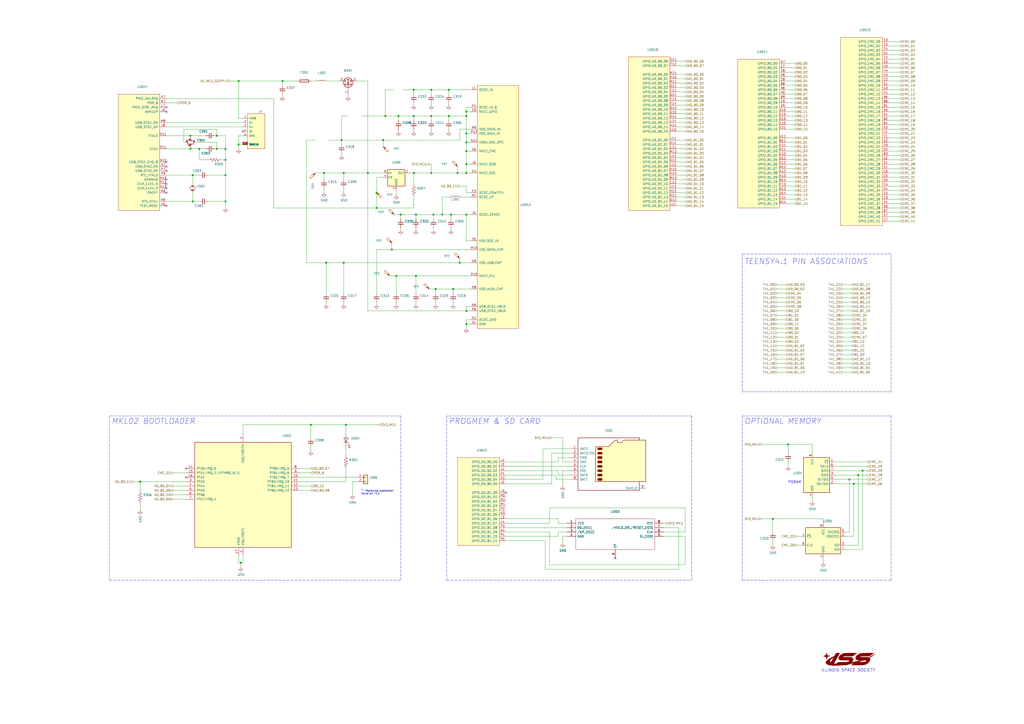
<source format=kicad_sch>
(kicad_sch (version 20211123) (generator eeschema)
  (paper "A2")
  (title_block (title "TARS - MK2 Active Control Microcontroller Schematic") (date "2021-01-11") (rev "A"))
  (junction (at 130.81 101.6))
  (junction (at 270.51 77.47))
  (junction (at 252.73 167.64))
  (junction (at 240.03 52.07))
  (junction (at 497.84 275.59))
  (junction (at 492.76 278.13))
  (junction (at 250.19 100.33))
  (junction (at 198.12 81.28))
  (junction (at 270.51 67.31))
  (junction (at 227.33 144.78))
  (junction (at 265.43 100.33))
  (junction (at 270.51 124.46))
  (junction (at 251.46 124.46))
  (junction (at 229.87 160.02))
  (junction (at 81.28 279.4))
  (junction (at 260.35 67.31))
  (junction (at 241.3 160.02))
  (junction (at 270.51 180.34))
  (junction (at 130.81 92.71))
  (junction (at 218.44 111.76))
  (junction (at 448.31 300.99))
  (junction (at 232.41 124.46))
  (junction (at 138.43 46.99))
  (junction (at 457.2 257.81))
  (junction (at 261.62 124.46))
  (junction (at 240.03 100.33))
  (junction (at 250.19 52.07))
  (junction (at 199.39 152.4))
  (junction (at 270.51 187.96))
  (junction (at 163.83 46.99))
  (junction (at 125.73 86.36))
  (junction (at 139.7 326.39))
  (junction (at 262.89 167.64))
  (junction (at 495.3 280.67))
  (junction (at 130.81 86.36))
  (junction (at 110.49 86.36))
  (junction (at 500.38 273.05))
  (junction (at 200.66 246.38))
  (junction (at 110.49 78.74))
  (junction (at 130.81 116.84))
  (junction (at 111.76 101.6))
  (junction (at 213.36 100.33))
  (junction (at 189.23 152.4))
  (junction (at 250.19 67.31))
  (junction (at 115.57 86.36))
  (junction (at 180.34 246.38))
  (junction (at 199.39 100.33))
  (junction (at 138.43 83.82))
  (junction (at 270.51 82.55))
  (junction (at 218.44 120.65))
  (junction (at 240.03 67.31))
  (junction (at 270.51 100.33))
  (junction (at 231.14 67.31))
  (junction (at 241.3 124.46))
  (junction (at 223.52 67.31))
  (junction (at 187.96 100.33))
  (junction (at 125.73 78.74))
  (junction (at 256.54 124.46))
  (junction (at 266.7 152.4))
  (junction (at 260.35 52.07))
  (junction (at 222.25 81.28))
  (junction (at 270.51 64.77))
  (junction (at 270.51 95.25))
  (junction (at 111.76 116.84))
  (junction (at 270.51 87.63))
  (no_connect (at 293.37 285.75))
  (no_connect (at 96.52 106.68))
  (no_connect (at 96.52 62.23))
  (no_connect (at 107.95 271.78))
  (no_connect (at 96.52 64.77))
  (no_connect (at 356.87 323.85))
  (no_connect (at 96.52 119.38))
  (no_connect (at 96.52 111.76))
  (no_connect (at 96.52 99.06))
  (no_connect (at 96.52 96.52))
  (no_connect (at 107.95 276.86))
  (no_connect (at 96.52 109.22))
  (no_connect (at 96.52 104.14))
  (no_connect (at 140.97 76.2))
  (no_connect (at 96.52 93.98))
  (wire (pts (xy 231.14 74.93) (xy 231.14 76.2)))
  (wire (pts (xy 229.87 170.18) (xy 229.87 160.02)))
  (wire (pts (xy 177.8 152.4) (xy 189.23 152.4)))
  (wire (pts (xy 110.49 80.01) (xy 110.49 78.74)))
  (wire (pts (xy 515.62 120.65) (xy 521.97 120.65)))
  (wire (pts (xy 222.25 85.09) (xy 222.25 81.28)))
  (wire (pts (xy 471.17 290.83) (xy 471.17 288.29)))
  (wire (pts (xy 189.23 175.26) (xy 189.23 176.53)))
  (polyline (pts (xy 401.32 241.3) (xy 401.32 336.55)))
  (wire (pts (xy 488.95 200.66) (xy 494.03 200.66)))
  (wire (pts (xy 515.62 85.09) (xy 521.97 85.09)))
  (wire (pts (xy 455.93 41.91) (xy 461.01 41.91)))
  (wire (pts (xy 500.38 273.05) (xy 502.92 273.05)))
  (wire (pts (xy 266.7 149.86) (xy 266.7 152.4)))
  (wire (pts (xy 250.19 100.33) (xy 265.43 100.33)))
  (wire (pts (xy 187.96 100.33) (xy 187.96 104.14)))
  (wire (pts (xy 515.62 39.37) (xy 521.97 39.37)))
  (wire (pts (xy 273.05 82.55) (xy 270.51 82.55)))
  (wire (pts (xy 515.62 74.93) (xy 521.97 74.93)))
  (wire (pts (xy 488.95 177.8) (xy 494.03 177.8)))
  (wire (pts (xy 500.38 318.77) (xy 500.38 273.05)))
  (wire (pts (xy 515.62 125.73) (xy 521.97 125.73)))
  (wire (pts (xy 392.43 86.36) (xy 397.51 86.36)))
  (wire (pts (xy 322.58 278.13) (xy 331.47 278.13)))
  (wire (pts (xy 450.85 185.42) (xy 455.93 185.42)))
  (wire (pts (xy 490.22 318.77) (xy 500.38 318.77)))
  (wire (pts (xy 77.47 279.4) (xy 81.28 279.4)))
  (wire (pts (xy 227.33 140.97) (xy 227.33 144.78)))
  (wire (pts (xy 384.81 311.15) (xy 397.51 311.15)))
  (wire (pts (xy 392.43 114.3) (xy 397.51 114.3)))
  (wire (pts (xy 218.44 120.65) (xy 240.03 120.65)))
  (wire (pts (xy 262.89 167.64) (xy 273.05 167.64)))
  (wire (pts (xy 189.23 152.4) (xy 189.23 170.18)))
  (wire (pts (xy 232.41 132.08) (xy 232.41 133.35)))
  (wire (pts (xy 106.68 74.93) (xy 125.73 74.93)))
  (wire (pts (xy 231.14 67.31) (xy 223.52 67.31)))
  (wire (pts (xy 138.43 78.74) (xy 138.43 83.82)))
  (wire (pts (xy 252.73 167.64) (xy 262.89 167.64)))
  (polyline (pts (xy 430.53 336.55) (xy 516.89 336.55)))
  (wire (pts (xy 138.43 46.99) (xy 163.83 46.99)))
  (wire (pts (xy 488.95 187.96) (xy 494.03 187.96)))
  (wire (pts (xy 483.87 267.97) (xy 502.92 267.97)))
  (wire (pts (xy 198.12 67.31) (xy 198.12 81.28)))
  (wire (pts (xy 450.85 175.26) (xy 455.93 175.26)))
  (wire (pts (xy 515.62 97.79) (xy 521.97 97.79)))
  (wire (pts (xy 515.62 44.45) (xy 521.97 44.45)))
  (wire (pts (xy 140.97 78.74) (xy 138.43 78.74)))
  (wire (pts (xy 241.3 175.26) (xy 241.3 176.53)))
  (wire (pts (xy 227.33 144.78) (xy 273.05 144.78)))
  (wire (pts (xy 455.93 82.55) (xy 461.01 82.55)))
  (wire (pts (xy 250.19 59.69) (xy 250.19 60.96)))
  (wire (pts (xy 240.03 52.07) (xy 250.19 52.07)))
  (wire (pts (xy 455.93 36.83) (xy 461.01 36.83)))
  (wire (pts (xy 270.51 111.76) (xy 273.05 111.76)))
  (wire (pts (xy 228.6 124.46) (xy 232.41 124.46)))
  (wire (pts (xy 384.81 303.53) (xy 386.08 303.53)))
  (wire (pts (xy 293.37 278.13) (xy 314.96 278.13)))
  (wire (pts (xy 441.96 257.81) (xy 457.2 257.81)))
  (wire (pts (xy 318.77 294.64) (xy 318.77 303.53)))
  (wire (pts (xy 323.85 275.59) (xy 331.47 275.59)))
  (wire (pts (xy 392.43 35.56) (xy 397.51 35.56)))
  (wire (pts (xy 515.62 67.31) (xy 521.97 67.31)))
  (wire (pts (xy 392.43 73.66) (xy 397.51 73.66)))
  (wire (pts (xy 120.65 101.6) (xy 130.81 101.6)))
  (wire (pts (xy 392.43 101.6) (xy 397.51 101.6)))
  (wire (pts (xy 397.51 311.15) (xy 397.51 327.66)))
  (wire (pts (xy 140.97 71.12) (xy 96.52 71.12)))
  (wire (pts (xy 450.85 190.5) (xy 455.93 190.5)))
  (wire (pts (xy 158.75 57.15) (xy 96.52 57.15)))
  (wire (pts (xy 260.35 67.31) (xy 250.19 67.31)))
  (wire (pts (xy 455.93 100.33) (xy 461.01 100.33)))
  (wire (pts (xy 100.33 281.94) (xy 107.95 281.94)))
  (wire (pts (xy 392.43 116.84) (xy 397.51 116.84)))
  (wire (pts (xy 490.22 308.61) (xy 492.76 308.61)))
  (wire (pts (xy 200.66 279.4) (xy 173.99 279.4)))
  (wire (pts (xy 392.43 68.58) (xy 397.51 68.58)))
  (wire (pts (xy 515.62 100.33) (xy 521.97 100.33)))
  (wire (pts (xy 251.46 127) (xy 251.46 124.46)))
  (polyline (pts (xy 430.53 147.32) (xy 430.53 227.33)))
  (wire (pts (xy 397.51 308.61) (xy 397.51 294.64)))
  (wire (pts (xy 488.95 193.04) (xy 494.03 193.04)))
  (wire (pts (xy 130.81 78.74) (xy 130.81 86.36)))
  (wire (pts (xy 139.7 326.39) (xy 139.7 328.93)))
  (wire (pts (xy 450.85 205.74) (xy 455.93 205.74)))
  (wire (pts (xy 488.95 195.58) (xy 494.03 195.58)))
  (wire (pts (xy 260.35 59.69) (xy 260.35 60.96)))
  (wire (pts (xy 199.39 175.26) (xy 199.39 176.53)))
  (wire (pts (xy 455.93 118.11) (xy 461.01 118.11)))
  (wire (pts (xy 455.93 57.15) (xy 461.01 57.15)))
  (wire (pts (xy 270.51 187.96) (xy 270.51 190.5)))
  (polyline (pts (xy 401.32 241.3) (xy 259.08 241.3)))
  (wire (pts (xy 455.93 59.69) (xy 461.01 59.69)))
  (wire (pts (xy 515.62 90.17) (xy 521.97 90.17)))
  (wire (pts (xy 392.43 106.68) (xy 397.51 106.68)))
  (wire (pts (xy 515.62 107.95) (xy 521.97 107.95)))
  (wire (pts (xy 488.95 180.34) (xy 494.03 180.34)))
  (wire (pts (xy 488.95 215.9) (xy 494.03 215.9)))
  (wire (pts (xy 515.62 128.27) (xy 521.97 128.27)))
  (wire (pts (xy 256.54 114.3) (xy 256.54 124.46)))
  (wire (pts (xy 497.84 316.23) (xy 497.84 275.59)))
  (wire (pts (xy 397.51 327.66) (xy 318.77 327.66)))
  (wire (pts (xy 273.05 64.77) (xy 270.51 64.77)))
  (wire (pts (xy 96.52 116.84) (xy 111.76 116.84)))
  (wire (pts (xy 392.43 45.72) (xy 397.51 45.72)))
  (wire (pts (xy 270.51 107.95) (xy 270.51 111.76)))
  (wire (pts (xy 450.85 172.72) (xy 455.93 172.72)))
  (wire (pts (xy 457.2 262.89) (xy 457.2 257.81)))
  (wire (pts (xy 270.51 187.96) (xy 273.05 187.96)))
  (wire (pts (xy 515.62 105.41) (xy 521.97 105.41)))
  (wire (pts (xy 229.87 160.02) (xy 241.3 160.02)))
  (wire (pts (xy 199.39 104.14) (xy 199.39 100.33)))
  (wire (pts (xy 270.51 124.46) (xy 270.51 139.7)))
  (wire (pts (xy 270.51 185.42) (xy 270.51 187.96)))
  (wire (pts (xy 200.66 271.78) (xy 200.66 279.4)))
  (wire (pts (xy 110.49 86.36) (xy 115.57 86.36)))
  (wire (pts (xy 273.05 62.23) (xy 270.51 62.23)))
  (wire (pts (xy 213.36 180.34) (xy 270.51 180.34)))
  (wire (pts (xy 138.43 322.58) (xy 138.43 326.39)))
  (wire (pts (xy 488.95 170.18) (xy 494.03 170.18)))
  (wire (pts (xy 229.87 175.26) (xy 229.87 176.53)))
  (wire (pts (xy 266.7 107.95) (xy 270.51 107.95)))
  (wire (pts (xy 120.65 116.84) (xy 130.81 116.84)))
  (wire (pts (xy 392.43 111.76) (xy 397.51 111.76)))
  (wire (pts (xy 326.39 273.05) (xy 331.47 273.05)))
  (wire (pts (xy 464.82 316.23) (xy 462.28 316.23)))
  (wire (pts (xy 455.93 115.57) (xy 461.01 115.57)))
  (wire (pts (xy 250.19 54.61) (xy 250.19 52.07)))
  (wire (pts (xy 455.93 39.37) (xy 461.01 39.37)))
  (polyline (pts (xy 232.41 241.3) (xy 63.5 241.3)))
  (wire (pts (xy 441.96 300.99) (xy 448.31 300.99)))
  (wire (pts (xy 450.85 182.88) (xy 455.93 182.88)))
  (wire (pts (xy 241.3 124.46) (xy 251.46 124.46)))
  (wire (pts (xy 323.85 311.15) (xy 293.37 311.15)))
  (wire (pts (xy 488.95 208.28) (xy 494.03 208.28)))
  (wire (pts (xy 323.85 267.97) (xy 323.85 265.43)))
  (wire (pts (xy 450.85 198.12) (xy 455.93 198.12)))
  (wire (pts (xy 270.51 77.47) (xy 270.51 82.55)))
  (wire (pts (xy 314.96 278.13) (xy 314.96 260.35)))
  (wire (pts (xy 81.28 279.4) (xy 107.95 279.4)))
  (wire (pts (xy 502.92 270.51) (xy 483.87 270.51)))
  (wire (pts (xy 455.93 64.77) (xy 461.01 64.77)))
  (wire (pts (xy 450.85 210.82) (xy 455.93 210.82)))
  (wire (pts (xy 125.73 86.36) (xy 130.81 86.36)))
  (wire (pts (xy 515.62 36.83) (xy 521.97 36.83)))
  (wire (pts (xy 488.95 205.74) (xy 494.03 205.74)))
  (wire (pts (xy 515.62 31.75) (xy 521.97 31.75)))
  (polyline (pts (xy 63.5 241.3) (xy 63.5 336.55)))
  (wire (pts (xy 455.93 44.45) (xy 461.01 44.45)))
  (polyline (pts (xy 516.89 241.3) (xy 430.53 241.3)))
  (wire (pts (xy 397.51 294.64) (xy 318.77 294.64)))
  (wire (pts (xy 140.97 246.38) (xy 180.34 246.38)))
  (wire (pts (xy 250.19 69.85) (xy 250.19 67.31)))
  (wire (pts (xy 270.51 87.63) (xy 270.51 95.25)))
  (wire (pts (xy 115.57 101.6) (xy 111.76 101.6)))
  (wire (pts (xy 222.25 81.28) (xy 198.12 81.28)))
  (wire (pts (xy 125.73 82.55) (xy 125.73 86.36)))
  (wire (pts (xy 490.22 316.23) (xy 497.84 316.23)))
  (wire (pts (xy 455.93 113.03) (xy 461.01 113.03)))
  (wire (pts (xy 502.92 280.67) (xy 495.3 280.67)))
  (wire (pts (xy 488.95 198.12) (xy 494.03 198.12)))
  (wire (pts (xy 455.93 74.93) (xy 461.01 74.93)))
  (wire (pts (xy 106.68 82.55) (xy 106.68 74.93)))
  (wire (pts (xy 180.34 271.78) (xy 173.99 271.78)))
  (wire (pts (xy 106.68 82.55) (xy 107.95 82.55)))
  (wire (pts (xy 392.43 58.42) (xy 397.51 58.42)))
  (wire (pts (xy 515.62 82.55) (xy 521.97 82.55)))
  (wire (pts (xy 250.19 52.07) (xy 260.35 52.07)))
  (wire (pts (xy 450.85 167.64) (xy 455.93 167.64)))
  (wire (pts (xy 323.85 273.05) (xy 293.37 273.05)))
  (wire (pts (xy 96.52 73.66) (xy 140.97 73.66)))
  (wire (pts (xy 515.62 123.19) (xy 521.97 123.19)))
  (wire (pts (xy 158.75 120.65) (xy 218.44 120.65)))
  (wire (pts (xy 96.52 78.74) (xy 110.49 78.74)))
  (wire (pts (xy 392.43 99.06) (xy 397.51 99.06)))
  (wire (pts (xy 488.95 190.5) (xy 494.03 190.5)))
  (wire (pts (xy 483.87 275.59) (xy 497.84 275.59)))
  (wire (pts (xy 392.43 109.22) (xy 397.51 109.22)))
  (wire (pts (xy 392.43 43.18) (xy 397.51 43.18)))
  (wire (pts (xy 240.03 52.07) (xy 233.68 52.07)))
  (wire (pts (xy 187.96 109.22) (xy 187.96 111.76)))
  (wire (pts (xy 462.28 311.15) (xy 464.82 311.15)))
  (wire (pts (xy 392.43 119.38) (xy 397.51 119.38)))
  (wire (pts (xy 270.51 62.23) (xy 270.51 64.77)))
  (wire (pts (xy 495.3 311.15) (xy 495.3 280.67)))
  (wire (pts (xy 455.93 87.63) (xy 461.01 87.63)))
  (wire (pts (xy 248.92 167.64) (xy 252.73 167.64)))
  (wire (pts (xy 515.62 77.47) (xy 521.97 77.47)))
  (wire (pts (xy 455.93 80.01) (xy 461.01 80.01)))
  (wire (pts (xy 266.7 74.93) (xy 266.7 81.28)))
  (wire (pts (xy 323.85 300.99) (xy 323.85 303.53)))
  (wire (pts (xy 455.93 85.09) (xy 461.01 85.09)))
  (wire (pts (xy 81.28 279.4) (xy 81.28 284.48)))
  (wire (pts (xy 455.93 90.17) (xy 461.01 90.17)))
  (wire (pts (xy 273.05 124.46) (xy 270.51 124.46)))
  (wire (pts (xy 130.81 101.6) (xy 130.81 116.84)))
  (wire (pts (xy 222.25 102.87) (xy 218.44 102.87)))
  (wire (pts (xy 96.52 101.6) (xy 111.76 101.6)))
  (wire (pts (xy 492.76 278.13) (xy 502.92 278.13)))
  (wire (pts (xy 515.62 115.57) (xy 521.97 115.57)))
  (wire (pts (xy 515.62 87.63) (xy 521.97 87.63)))
  (wire (pts (xy 328.93 306.07) (xy 293.37 306.07)))
  (wire (pts (xy 240.03 74.93) (xy 240.03 76.2)))
  (wire (pts (xy 182.88 81.28) (xy 177.8 81.28)))
  (wire (pts (xy 318.77 308.61) (xy 293.37 308.61)))
  (wire (pts (xy 110.49 78.74) (xy 119.38 78.74)))
  (wire (pts (xy 130.81 86.36) (xy 130.81 92.71)))
  (wire (pts (xy 515.62 113.03) (xy 521.97 113.03)))
  (wire (pts (xy 265.43 96.52) (xy 265.43 100.33)))
  (wire (pts (xy 515.62 102.87) (xy 521.97 102.87)))
  (wire (pts (xy 450.85 200.66) (xy 455.93 200.66)))
  (wire (pts (xy 323.85 308.61) (xy 323.85 311.15)))
  (wire (pts (xy 515.62 95.25) (xy 521.97 95.25)))
  (wire (pts (xy 488.95 185.42) (xy 494.03 185.42)))
  (wire (pts (xy 455.93 110.49) (xy 461.01 110.49)))
  (wire (pts (xy 392.43 60.96) (xy 397.51 60.96)))
  (wire (pts (xy 392.43 91.44) (xy 397.51 91.44)))
  (wire (pts (xy 273.05 77.47) (xy 270.51 77.47)))
  (wire (pts (xy 515.62 57.15) (xy 521.97 57.15)))
  (wire (pts (xy 213.36 46.99) (xy 213.36 100.33)))
  (wire (pts (xy 218.44 102.87) (xy 218.44 111.76)))
  (wire (pts (xy 455.93 54.61) (xy 461.01 54.61)))
  (wire (pts (xy 252.73 170.18) (xy 252.73 167.64)))
  (polyline (pts (xy 516.89 147.32) (xy 430.53 147.32)))
  (wire (pts (xy 223.52 67.31) (xy 223.52 52.07)))
  (wire (pts (xy 219.71 246.38) (xy 200.66 246.38)))
  (wire (pts (xy 262.89 175.26) (xy 262.89 176.53)))
  (wire (pts (xy 241.3 170.18) (xy 241.3 160.02)))
  (wire (pts (xy 237.49 100.33) (xy 240.03 100.33)))
  (wire (pts (xy 180.34 274.32) (xy 173.99 274.32)))
  (wire (pts (xy 270.51 64.77) (xy 270.51 67.31)))
  (wire (pts (xy 124.46 78.74) (xy 125.73 78.74)))
  (wire (pts (xy 293.37 275.59) (xy 322.58 275.59)))
  (wire (pts (xy 180.34 254) (xy 180.34 246.38)))
  (wire (pts (xy 241.3 124.46) (xy 241.3 127)))
  (wire (pts (xy 488.95 203.2) (xy 494.03 203.2)))
  (wire (pts (xy 455.93 69.85) (xy 461.01 69.85)))
  (wire (pts (xy 261.62 127) (xy 261.62 124.46)))
  (wire (pts (xy 140.97 326.39) (xy 140.97 322.58)))
  (wire (pts (xy 270.51 180.34) (xy 270.51 177.8)))
  (wire (pts (xy 240.03 114.3) (xy 240.03 120.65)))
  (wire (pts (xy 477.52 300.99) (xy 477.52 303.53)))
  (wire (pts (xy 163.83 49.53) (xy 163.83 46.99)))
  (wire (pts (xy 450.85 187.96) (xy 455.93 187.96)))
  (wire (pts (xy 483.87 273.05) (xy 500.38 273.05)))
  (wire (pts (xy 250.19 95.25) (xy 250.19 100.33)))
  (wire (pts (xy 100.33 287.02) (xy 107.95 287.02)))
  (wire (pts (xy 199.39 152.4) (xy 199.39 170.18)))
  (wire (pts (xy 273.05 95.25) (xy 270.51 95.25)))
  (wire (pts (xy 138.43 68.58) (xy 138.43 46.99)))
  (wire (pts (xy 240.03 100.33) (xy 250.19 100.33)))
  (wire (pts (xy 261.62 132.08) (xy 261.62 133.35)))
  (wire (pts (xy 270.51 177.8) (xy 273.05 177.8)))
  (wire (pts (xy 384.81 308.61) (xy 397.51 308.61)))
  (wire (pts (xy 266.7 81.28) (xy 222.25 81.28)))
  (wire (pts (xy 455.93 72.39) (xy 461.01 72.39)))
  (wire (pts (xy 515.62 49.53) (xy 521.97 49.53)))
  (wire (pts (xy 232.41 124.46) (xy 232.41 127)))
  (wire (pts (xy 450.85 215.9) (xy 455.93 215.9)))
  (wire (pts (xy 189.23 46.99) (xy 196.85 46.99)))
  (wire (pts (xy 450.85 170.18) (xy 455.93 170.18)))
  (wire (pts (xy 448.31 308.61) (xy 448.31 300.99)))
  (wire (pts (xy 250.19 74.93) (xy 250.19 76.2)))
  (wire (pts (xy 471.17 257.81) (xy 471.17 262.89)))
  (wire (pts (xy 393.7 330.2) (xy 316.23 330.2)))
  (wire (pts (xy 515.62 92.71) (xy 521.97 92.71)))
  (wire (pts (xy 320.04 262.89) (xy 331.47 262.89)))
  (wire (pts (xy 200.66 251.46) (xy 200.66 246.38)))
  (wire (pts (xy 173.99 281.94) (xy 180.34 281.94)))
  (wire (pts (xy 392.43 104.14) (xy 397.51 104.14)))
  (wire (pts (xy 163.83 46.99) (xy 172.72 46.99)))
  (wire (pts (xy 209.55 67.31) (xy 223.52 67.31)))
  (wire (pts (xy 392.43 38.1) (xy 397.51 38.1)))
  (wire (pts (xy 488.95 210.82) (xy 494.03 210.82)))
  (wire (pts (xy 111.76 106.68) (xy 111.76 101.6)))
  (polyline (pts (xy 259.08 241.3) (xy 259.08 336.55)))
  (wire (pts (xy 318.77 303.53) (xy 293.37 303.53)))
  (wire (pts (xy 262.89 170.18) (xy 262.89 167.64)))
  (wire (pts (xy 231.14 67.31) (xy 231.14 69.85)))
  (wire (pts (xy 218.44 175.26) (xy 218.44 176.53)))
  (wire (pts (xy 270.51 67.31) (xy 270.51 77.47)))
  (wire (pts (xy 260.35 69.85) (xy 260.35 67.31)))
  (wire (pts (xy 138.43 326.39) (xy 139.7 326.39)))
  (wire (pts (xy 198.12 88.9) (xy 198.12 90.17)))
  (wire (pts (xy 273.05 52.07) (xy 260.35 52.07)))
  (wire (pts (xy 158.75 57.15) (xy 158.75 120.65)))
  (wire (pts (xy 241.3 132.08) (xy 241.3 133.35)))
  (wire (pts (xy 515.62 46.99) (xy 521.97 46.99)))
  (wire (pts (xy 190.5 81.28) (xy 198.12 81.28)))
  (wire (pts (xy 392.43 53.34) (xy 397.51 53.34)))
  (wire (pts (xy 223.52 52.07) (xy 228.6 52.07)))
  (wire (pts (xy 450.85 180.34) (xy 455.93 180.34)))
  (wire (pts (xy 326.39 267.97) (xy 326.39 254)))
  (polyline (pts (xy 259.08 336.55) (xy 401.32 336.55)))
  (wire (pts (xy 320.04 280.67) (xy 320.04 262.89)))
  (wire (pts (xy 130.81 92.71) (xy 130.81 101.6)))
  (polyline (pts (xy 430.53 227.33) (xy 516.89 227.33)))
  (wire (pts (xy 488.95 182.88) (xy 494.03 182.88)))
  (wire (pts (xy 515.62 26.67) (xy 521.97 26.67)))
  (wire (pts (xy 392.43 48.26) (xy 397.51 48.26)))
  (polyline (pts (xy 63.5 336.55) (xy 232.41 336.55)))
  (wire (pts (xy 229.87 110.49) (xy 229.87 113.03)))
  (wire (pts (xy 260.35 114.3) (xy 256.54 114.3)))
  (wire (pts (xy 204.47 279.4) (xy 204.47 287.02)))
  (wire (pts (xy 130.81 116.84) (xy 130.81 120.65)))
  (wire (pts (xy 240.03 52.07) (xy 240.03 54.61)))
  (wire (pts (xy 111.76 116.84) (xy 111.76 111.76)))
  (wire (pts (xy 392.43 66.04) (xy 397.51 66.04)))
  (wire (pts (xy 240.03 106.68) (xy 240.03 100.33)))
  (wire (pts (xy 450.85 193.04) (xy 455.93 193.04)))
  (wire (pts (xy 177.8 81.28) (xy 177.8 152.4)))
  (wire (pts (xy 199.39 109.22) (xy 199.39 111.76)))
  (wire (pts (xy 199.39 100.33) (xy 213.36 100.33)))
  (wire (pts (xy 240.03 67.31) (xy 240.03 69.85)))
  (wire (pts (xy 515.62 80.01) (xy 521.97 80.01)))
  (wire (pts (xy 173.99 276.86) (xy 207.01 276.86)))
  (wire (pts (xy 113.03 82.55) (xy 125.73 82.55)))
  (wire (pts (xy 133.35 46.99) (xy 138.43 46.99)))
  (wire (pts (xy 180.34 246.38) (xy 200.66 246.38)))
  (wire (pts (xy 477.52 326.39) (xy 477.52 323.85)))
  (wire (pts (xy 326.39 267.97) (xy 331.47 267.97)))
  (wire (pts (xy 515.62 72.39) (xy 521.97 72.39)))
  (wire (pts (xy 515.62 52.07) (xy 521.97 52.07)))
  (wire (pts (xy 261.62 124.46) (xy 270.51 124.46)))
  (wire (pts (xy 182.88 100.33) (xy 187.96 100.33)))
  (wire (pts (xy 125.73 78.74) (xy 130.81 78.74)))
  (wire (pts (xy 450.85 213.36) (xy 455.93 213.36)))
  (wire (pts (xy 251.46 132.08) (xy 251.46 133.35)))
  (polyline (pts (xy 430.53 241.3) (xy 430.53 336.55)))
  (wire (pts (xy 448.31 300.99) (xy 477.52 300.99)))
  (wire (pts (xy 455.93 46.99) (xy 461.01 46.99)))
  (wire (pts (xy 273.05 87.63) (xy 270.51 87.63)))
  (wire (pts (xy 515.62 24.13) (xy 521.97 24.13)))
  (wire (pts (xy 248.92 95.25) (xy 250.19 95.25)))
  (wire (pts (xy 515.62 34.29) (xy 521.97 34.29)))
  (wire (pts (xy 450.85 203.2) (xy 455.93 203.2)))
  (wire (pts (xy 455.93 62.23) (xy 461.01 62.23)))
  (wire (pts (xy 273.05 160.02) (xy 241.3 160.02)))
  (wire (pts (xy 392.43 71.12) (xy 397.51 71.12)))
  (wire (pts (xy 450.85 195.58) (xy 455.93 195.58)))
  (wire (pts (xy 483.87 280.67) (xy 495.3 280.67)))
  (wire (pts (xy 107.95 289.56) (xy 100.33 289.56)))
  (wire (pts (xy 125.73 74.93) (xy 125.73 78.74)))
  (wire (pts (xy 502.92 275.59) (xy 497.84 275.59)))
  (wire (pts (xy 322.58 275.59) (xy 322.58 278.13)))
  (wire (pts (xy 488.95 175.26) (xy 494.03 175.26)))
  (wire (pts (xy 457.2 257.81) (xy 471.17 257.81)))
  (wire (pts (xy 273.05 74.93) (xy 266.7 74.93)))
  (wire (pts (xy 323.85 275.59) (xy 323.85 273.05)))
  (wire (pts (xy 455.93 102.87) (xy 461.01 102.87)))
  (wire (pts (xy 125.73 86.36) (xy 124.46 86.36)))
  (wire (pts (xy 490.22 311.15) (xy 495.3 311.15)))
  (wire (pts (xy 515.62 110.49) (xy 521.97 110.49)))
  (wire (pts (xy 180.34 284.48) (xy 173.99 284.48)))
  (wire (pts (xy 488.95 172.72) (xy 494.03 172.72)))
  (wire (pts (xy 488.95 167.64) (xy 494.03 167.64)))
  (wire (pts (xy 270.51 82.55) (xy 270.51 87.63)))
  (wire (pts (xy 199.39 152.4) (xy 266.7 152.4)))
  (wire (pts (xy 240.03 59.69) (xy 240.03 60.96)))
  (wire (pts (xy 392.43 81.28) (xy 397.51 81.28)))
  (wire (pts (xy 326.39 311.15) (xy 328.93 311.15)))
  (wire (pts (xy 140.97 246.38) (xy 140.97 251.46)))
  (wire (pts (xy 515.62 59.69) (xy 521.97 59.69)))
  (wire (pts (xy 450.85 177.8) (xy 455.93 177.8)))
  (wire (pts (xy 457.2 270.51) (xy 457.2 267.97)))
  (wire (pts (xy 450.85 208.28) (xy 455.93 208.28)))
  (wire (pts (xy 515.62 64.77) (xy 521.97 64.77)))
  (wire (pts (xy 320.04 254) (xy 326.39 254)))
  (wire (pts (xy 267.97 114.3) (xy 273.05 114.3)))
  (wire (pts (xy 293.37 280.67) (xy 320.04 280.67)))
  (wire (pts (xy 218.44 111.76) (xy 218.44 120.65)))
  (wire (pts (xy 200.66 264.16) (xy 200.66 259.08)))
  (wire (pts (xy 392.43 50.8) (xy 397.51 50.8)))
  (wire (pts (xy 163.83 54.61) (xy 163.83 55.88)))
  (wire (pts (xy 316.23 330.2) (xy 316.23 313.69)))
  (wire (pts (xy 314.96 260.35) (xy 331.47 260.35)))
  (wire (pts (xy 111.76 116.84) (xy 115.57 116.84)))
  (wire (pts (xy 270.51 95.25) (xy 270.51 100.33)))
  (wire (pts (xy 273.05 185.42) (xy 270.51 185.42)))
  (wire (pts (xy 250.19 67.31) (xy 240.03 67.31)))
  (wire (pts (xy 213.36 100.33) (xy 213.36 180.34)))
  (wire (pts (xy 392.43 76.2) (xy 397.51 76.2)))
  (wire (pts (xy 515.62 69.85) (xy 521.97 69.85)))
  (wire (pts (xy 393.7 306.07) (xy 393.7 330.2)))
  (wire (pts (xy 455.93 49.53) (xy 461.01 49.53)))
  (wire (pts (xy 96.52 86.36) (xy 110.49 86.36)))
  (wire (pts (xy 180.34 46.99) (xy 184.15 46.99)))
  (wire (pts (xy 392.43 88.9) (xy 397.51 88.9)))
  (polyline (pts (xy 232.41 336.55) (xy 232.41 241.3)))
  (wire (pts (xy 260.35 54.61) (xy 260.35 52.07)))
  (wire (pts (xy 515.62 54.61) (xy 521.97 54.61)))
  (wire (pts (xy 455.93 105.41) (xy 461.01 105.41)))
  (wire (pts (xy 455.93 92.71) (xy 461.01 92.71)))
  (wire (pts (xy 318.77 327.66) (xy 318.77 308.61)))
  (wire (pts (xy 270.51 139.7) (xy 273.05 139.7)))
  (wire (pts (xy 515.62 118.11) (xy 521.97 118.11)))
  (wire (pts (xy 201.93 54.61) (xy 201.93 55.88)))
  (wire (pts (xy 270.51 180.34) (xy 273.05 180.34)))
  (wire (pts (xy 139.7 326.39) (xy 140.97 326.39)))
  (wire (pts (xy 483.87 278.13) (xy 492.76 278.13)))
  (wire (pts (xy 392.43 93.98) (xy 397.51 93.98)))
  (wire (pts (xy 218.44 144.78) (xy 227.33 144.78)))
  (wire (pts (xy 198.12 83.82) (xy 198.12 81.28)))
  (wire (pts (xy 515.62 41.91) (xy 521.97 41.91)))
  (wire (pts (xy 450.85 165.1) (xy 455.93 165.1)))
  (wire (pts (xy 213.36 100.33) (xy 222.25 100.33)))
  (wire (pts (xy 115.57 86.36) (xy 115.57 92.71)))
  (wire (pts (xy 488.95 165.1) (xy 494.03 165.1)))
  (wire (pts (xy 128.27 92.71) (xy 130.81 92.71)))
  (wire (pts (xy 218.44 170.18) (xy 218.44 144.78)))
  (wire (pts (xy 81.28 295.91) (xy 81.28 292.1)))
  (wire (pts (xy 138.43 83.82) (xy 138.43 86.36)))
  (wire (pts (xy 293.37 267.97) (xy 323.85 267.97)))
  (wire (pts (xy 115.57 92.71) (xy 120.65 92.71)))
  (wire (pts (xy 180.34 259.08) (xy 180.34 261.62)))
  (wire (pts (xy 207.01 46.99) (xy 213.36 46.99)))
  (wire (pts (xy 251.46 124.46) (xy 256.54 124.46)))
  (polyline (pts (xy 516.89 227.33) (xy 516.89 147.32)))
  (wire (pts (xy 515.62 62.23) (xy 521.97 62.23)))
  (wire (pts (xy 107.95 284.48) (xy 100.33 284.48)))
  (wire (pts (xy 455.93 95.25) (xy 461.01 95.25)))
  (wire (pts (xy 392.43 96.52) (xy 397.51 96.52)))
  (wire (pts (xy 115.57 86.36) (xy 119.38 86.36)))
  (wire (pts (xy 102.87 59.69) (xy 96.52 59.69)))
  (wire (pts (xy 138.43 68.58) (xy 140.97 68.58)))
  (wire (pts (xy 323.85 303.53) (xy 328.93 303.53)))
  (wire (pts (xy 260.35 74.93) (xy 260.35 76.2)))
  (wire (pts (xy 266.7 152.4) (xy 273.05 152.4)))
  (wire (pts (xy 270.51 67.31) (xy 260.35 67.31)))
  (wire (pts (xy 492.76 308.61) (xy 492.76 278.13)))
  (wire (pts (xy 316.23 313.69) (xy 293.37 313.69)))
  (wire (pts (xy 326.39 314.96) (xy 326.39 311.15)))
  (wire (pts (xy 515.62 29.21) (xy 521.97 29.21)))
  (wire (pts (xy 455.93 52.07) (xy 461.01 52.07)))
  (wire (pts (xy 138.43 83.82) (xy 140.97 83.82)))
  (wire (pts (xy 392.43 55.88) (xy 397.51 55.88)))
  (wire (pts (xy 100.33 274.32) (xy 107.95 274.32)))
  (wire (pts (xy 488.95 213.36) (xy 494.03 213.36)))
  (wire (pts (xy 273.05 100.33) (xy 270.51 100.33)))
  (wire (pts (xy 232.41 124.46) (xy 241.3 124.46)))
  (wire (pts (xy 392.43 83.82) (xy 397.51 83.82)))
  (wire (pts (xy 455.93 67.31) (xy 461.01 67.31)))
  (wire (pts (xy 323.85 300.99) (xy 293.37 300.99)))
  (wire (pts (xy 455.93 97.79) (xy 461.01 97.79)))
  (wire (pts (xy 110.49 85.09) (xy 110.49 86.36)))
  (wire (pts (xy 265.43 100.33) (xy 270.51 100.33)))
  (wire (pts (xy 187.96 100.33) (xy 199.39 100.33)))
  (polyline (pts (xy 516.89 336.55) (xy 516.89 241.3)))
  (wire (pts (xy 256.54 124.46) (xy 261.62 124.46)))
  (wire (pts (xy 226.06 160.02) (xy 229.87 160.02)))
  (wire (pts (xy 448.31 316.23) (xy 448.31 313.69)))
  (wire (pts (xy 293.37 270.51) (xy 331.47 270.51)))
  (wire (pts (xy 384.81 306.07) (xy 393.7 306.07)))
  (wire (pts (xy 392.43 63.5) (xy 397.51 63.5)))
  (wire (pts (xy 328.93 308.61) (xy 323.85 308.61)))
  (wire (pts (xy 252.73 175.26) (xy 252.73 176.53)))
  (wire (pts (xy 204.47 279.4) (xy 207.01 279.4)))
  (wire (pts (xy 323.85 265.43) (xy 331.47 265.43)))
  (wire (pts (xy 201.93 67.31) (xy 198.12 67.31)))
  (wire (pts (xy 189.23 152.4) (xy 199.39 152.4)))
  (wire (pts (xy 240.03 67.31) (xy 231.14 67.31)))
  (wire (pts (xy 455.93 107.95) (xy 461.01 107.95)))
  (wire (pts (xy 326.39 273.05) (xy 326.39 281.94)))
  (text "MKL02 BOOTLOADER" (at 64.77 246.38 0) (effects (font (size 3.2004 3.2004) italic) (justify left bottom)))
  (text "TEENSY4.1 PIN ASSOCIATIONS" (at 431.8 153.67 0) (effects (font (size 3.2004 3.2004) italic) (justify left bottom)))
  (text "^^^ Replacing pushbutton\nfound on T4.1" (at 209.55 287.02 0) (effects (font (size 0.9906 0.9906)) (justify left bottom)))
  (text "ILLINOIS SPACE SOCIETY" (at 476.25 389.89 0) (effects (font (size 1.7018 1.7018) italic) (justify left bottom)))
  (text "PSRAM" (at 457.2 280.67 0) (effects (font (size 1.4986 1.4986)) (justify left bottom)))
  (text "PROGMEM & SD CARD" (at 260.35 246.38 0) (effects (font (size 3.2004 3.2004) italic) (justify left bottom)))
  (text "OPTIONAL MEMORY" (at 431.8 246.38 0) (effects (font (size 3.2004 3.2004) italic) (justify left bottom)))
  (hierarchical_label "B1_08" (shape input) (at 461.01 100.33 0))
  (hierarchical_label "EMC_25" (shape input) (at 462.28 316.23 180))
  (hierarchical_label "AD_B0_12" (shape input) (at 397.51 68.58 0))
  (hierarchical_label "T41_22" (shape input) (at 488.95 167.64 180))
  (hierarchical_label "3V3_MCU" (shape input) (at 219.71 246.38 0))
  (hierarchical_label "B1_00" (shape input) (at 461.01 80.01 0))
  (hierarchical_label "B0_14" (shape input) (at 461.01 72.39 0))
  (hierarchical_label "AD_B1_04" (shape input) (at 397.51 91.44 0))
  (hierarchical_label "AD_B1_14" (shape input) (at 494.03 177.8 0))
  (hierarchical_label "EMC_26" (shape input) (at 521.97 90.17 0))
  (hierarchical_label "B1_11" (shape input) (at 461.01 107.95 0))
  (hierarchical_label "T41_00" (shape input) (at 450.85 165.1 180))
  (hierarchical_label "T41_07" (shape input) (at 450.85 182.88 180))
  (hierarchical_label "EMC_38" (shape input) (at 521.97 120.65 0))
  (hierarchical_label "EMC_23" (shape input) (at 521.97 82.55 0))
  (hierarchical_label "AD_B0_09" (shape input) (at 397.51 60.96 0))
  (hierarchical_label "EMC_27" (shape input) (at 521.97 92.71 0))
  (hierarchical_label "T41_32" (shape input) (at 488.95 193.04 180))
  (hierarchical_label "EMC_06" (shape input) (at 521.97 39.37 0))
  (hierarchical_label "T41_33" (shape input) (at 488.95 195.58 180))
  (hierarchical_label "EMC_35" (shape input) (at 521.97 113.03 0))
  (hierarchical_label "EMC_24" (shape input) (at 502.92 267.97 0))
  (hierarchical_label "AD_B1_00" (shape input) (at 397.51 81.28 0))
  (hierarchical_label "AD_B1_05" (shape input) (at 494.03 215.9 0))
  (hierarchical_label "EMC_12" (shape input) (at 521.97 54.61 0))
  (hierarchical_label "EMC_02" (shape input) (at 521.97 29.21 0))
  (hierarchical_label "EMC_18" (shape input) (at 521.97 69.85 0))
  (hierarchical_label "T41_27" (shape input) (at 488.95 180.34 180))
  (hierarchical_label "AD_B0_11" (shape input) (at 397.51 66.04 0))
  (hierarchical_label "AD_B0_02" (shape input) (at 455.93 167.64 0))
  (hierarchical_label "EMC_16" (shape input) (at 521.97 64.77 0))
  (hierarchical_label "T41_08" (shape input) (at 450.85 185.42 180))
  (hierarchical_label "T41_20" (shape input) (at 450.85 215.9 180))
  (hierarchical_label "EMC_04" (shape input) (at 455.93 170.18 0))
  (hierarchical_label "EMC_25" (shape input) (at 502.92 270.51 0))
  (hierarchical_label "AD_B0_10" (shape input) (at 100.33 287.02 180))
  (hierarchical_label "AD_B0_05" (shape input) (at 397.51 55.88 0))
  (hierarchical_label "EMC_41" (shape input) (at 521.97 128.27 0))
  (hierarchical_label "T41_13" (shape input) (at 450.85 198.12 180))
  (hierarchical_label "EMC_03" (shape input) (at 521.97 31.75 0))
  (hierarchical_label "AD_B0_13" (shape input) (at 397.51 71.12 0))
  (hierarchical_label "T41_11" (shape input) (at 450.85 193.04 180))
  (hierarchical_label "AD_B1_02" (shape input) (at 397.51 86.36 0))
  (hierarchical_label "AD_B1_08" (shape input) (at 397.51 101.6 0))
  (hierarchical_label "EMC_15" (shape input) (at 521.97 62.23 0))
  (hierarchical_label "B0_06" (shape input) (at 461.01 52.07 0))
  (hierarchical_label "EMC_05" (shape input) (at 521.97 36.83 0))
  (hierarchical_label "T41_15" (shape input) (at 450.85 203.2 180))
  (hierarchical_label "EMC_07" (shape input) (at 494.03 195.58 0))
  (hierarchical_label "EMC_37" (shape input) (at 494.03 187.96 0))
  (hierarchical_label "B1_13" (shape input) (at 461.01 113.03 0))
  (hierarchical_label "AD_B1_07" (shape input) (at 455.93 205.74 0))
  (hierarchical_label "T41_34" (shape input) (at 488.95 198.12 180))
  (hierarchical_label "B1_00" (shape input) (at 455.93 185.42 0))
  (hierarchical_label "B1_09" (shape input) (at 461.01 102.87 0))
  (hierarchical_label "AD_B1_01" (shape input) (at 455.93 210.82 0))
  (hierarchical_label "AD_B1_11" (shape input) (at 494.03 165.1 0))
  (hierarchical_label "T41_36" (shape input) (at 488.95 203.2 180))
  (hierarchical_label "AD_B0_03" (shape input) (at 455.93 165.1 0))
  (hierarchical_label "T41_04" (shape input) (at 450.85 175.26 180))
  (hierarchical_label "T41_16" (shape input) (at 450.85 205.74 180))
  (hierarchical_label "AD_B1_07" (shape input) (at 397.51 99.06 0))
  (hierarchical_label "EMC_08" (shape input) (at 521.97 44.45 0))
  (hierarchical_label "3V3_MCU" (shape input) (at 441.96 257.81 180))
  (hierarchical_label "AD_B1_12" (shape input) (at 397.51 111.76 0))
  (hierarchical_label "B0_08" (shape input) (at 461.01 57.15 0))
  (hierarchical_label "AD_B0_13" (shape input) (at 494.03 175.26 0))
  (hierarchical_label "AD_B1_00" (shape input) (at 455.93 213.36 0))
  (hierarchical_label "B1_02" (shape input) (at 494.03 203.2 0))
  (hierarchical_label "EMC_40" (shape input) (at 521.97 125.73 0))
  (hierarchical_label "AD_B1_11" (shape input) (at 397.51 109.22 0))
  (hierarchical_label "AD_B0_06" (shape input) (at 100.33 284.48 180))
  (hierarchical_label "B1_10" (shape input) (at 461.01 105.41 0))
  (hierarchical_label "B0_13" (shape input) (at 180.34 281.94 0))
  (hierarchical_label "AD_B1_03" (shape input) (at 455.93 203.2 0))
  (hierarchical_label "AD_B1_06" (shape input) (at 397.51 96.52 0))
  (hierarchical_label "AD_B0_14" (shape input) (at 397.51 73.66 0))
  (hierarchical_label "AD_B0_04" (shape input) (at 397.51 53.34 0))
  (hierarchical_label "AD_B0_15" (shape input) (at 397.51 76.2 0))
  (hierarchical_label "B1_05" (shape input) (at 461.01 92.71 0))
  (hierarchical_label "B1_07" (shape input) (at 461.01 97.79 0))
  (hierarchical_label "AD_B1_02" (shape input) (at 455.93 200.66 0))
  (hierarchical_label "T41_09" (shape input) (at 450.85 187.96 180))
  (hierarchical_label "B0_15" (shape input) (at 461.01 74.93 0))
  (hierarchical_label "B1_12" (shape input) (at 461.01 110.49 0))
  (hierarchical_label "AD_B1_12" (shape input) (at 494.03 208.28 0))
  (hierarchical_label "T41_14" (shape input) (at 450.85 200.66 180))
  (hierarchical_label "AD_B1_15" (shape input) (at 397.51 119.38 0))
  (hierarchical_label "B1_13" (shape input) (at 494.03 198.12 0))
  (hierarchical_label "AD_B1_09" (shape input) (at 397.51 104.14 0))
  (hierarchical_label "AD_B0_10" (shape input) (at 397.51 63.5 0))
  (hierarchical_label "EMC_28" (shape input) (at 502.92 275.59 0))
  (hierarchical_label "AD_B0_12" (shape input) (at 494.03 172.72 0))
  (hierarchical_label "EMC_05" (shape input) (at 455.93 172.72 0))
  (hierarchical_label "EMC_34" (shape input) (at 521.97 110.49 0))
  (hierarchical_label "T41_30" (shape input) (at 488.95 187.96 180))
  (hierarchical_label "B1_03" (shape input) (at 461.01 87.63 0))
  (hierarchical_label "AD_B1_03" (shape input) (at 397.51 88.9 0))
  (hierarchical_label "EMC_33" (shape input) (at 521.97 107.95 0))
  (hierarchical_label "B0_04" (shape input) (at 461.01 46.99 0))
  (hierarchical_label "EMC_07" (shape input) (at 521.97 41.91 0))
  (hierarchical_label "AD_B0_02" (shape input) (at 397.51 48.26 0))
  (hierarchical_label "T41_37" (shape input) (at 488.95 205.74 180))
  (hierarchical_label "B1_01" (shape input) (at 455.93 182.88 0))
  (hierarchical_label "T41_31" (shape input) (at 488.95 190.5 180))
  (hierarchical_label "AD_B1_06" (shape input) (at 455.93 208.28 0))
  (hierarchical_label "B0_02" (shape input) (at 461.01 41.91 0))
  (hierarchical_label "AD_B1_05" (shape input) (at 397.51 93.98 0))
  (hierarchical_label "T41_38" (shape input) (at 488.95 208.28 180))
  (hierarchical_label "B0_10" (shape input) (at 455.93 180.34 0))
  (hierarchical_label "AD_B1_10" (shape input) (at 455.93 215.9 0))
  (hierarchical_label "T41_02" (shape input) (at 450.85 170.18 180))
  (hierarchical_label "POR_B" (shape input) (at 102.87 59.69 0))
  (hierarchical_label "EMC_31" (shape input) (at 521.97 102.87 0))
  (hierarchical_label "B0_09" (shape input) (at 461.01 59.69 0))
  (hierarchical_label "EMC_37" (shape input) (at 521.97 118.11 0))
  (hierarchical_label "AD_B0_11" (shape input) (at 266.7 107.95 180))
  (hierarchical_label "AD_B0_08" (shape input) (at 397.51 58.42 0))
  (hierarchical_label "AD_B0_06" (shape input) (at 397.51 35.56 0))
  (hierarchical_label "B1_01" (shape input) (at 461.01 82.55 0))
  (hierarchical_label "EMC_00" (shape input) (at 521.97 24.13 0))
  (hierarchical_label "AD_B0_07" (shape input) (at 180.34 271.78 0))
  (hierarchical_label "B0_03" (shape input) (at 455.93 198.12 0))
  (hierarchical_label "B0_01" (shape input) (at 461.01 39.37 0))
  (hierarchical_label "B0_11" (shape input) (at 455.93 187.96 0))
  (hierarchical_label "AD_B1_01" (shape input) (at 397.51 83.82 0))
  (hierarchical_label "AD_B1_10" (shape input) (at 397.51 106.68 0))
  (hierarchical_label "T41_06" (shape input) (at 450.85 180.34 180))
  (hierarchical_label "EMC_20" (shape input) (at 521.97 74.93 0))
  (hierarchical_label "T41_24" (shape input) (at 488.95 172.72 180))
  (hierarchical_label "EMC_26" (shape input) (at 502.92 280.67 0))
  (hierarchical_label "EMC_36" (shape input) (at 494.03 190.5 0))
  (hierarchical_label "AD_B0_11" (shape input) (at 77.47 279.4 180))
  (hierarchical_label "B0_00" (shape input) (at 461.01 36.83 0))
  (hierarchical_label "EMC_10" (shape input) (at 521.97 49.53 0))
  (hierarchical_label "EMC_32" (shape input) (at 521.97 105.41 0))
  (hierarchical_label "T41_23" (shape input) (at 488.95 170.18 180))
  (hierarchical_label "EMC_28" (shape input) (at 521.97 95.25 0))
  (hierarchical_label "EMC_29" (shape input) (at 502.92 273.05 0))
  (hierarchical_label "T41_29" (shape input) (at 488.95 185.42 180))
  (hierarchical_label "5V_MCU_SUPPLY" (shape input) (at 133.35 46.99 180))
  (hierarchical_label "B0_03" (shape input) (at 461.01 44.45 0))
  (hierarchical_label "AD_B1_04" (shape input) (at 494.03 213.36 0))
  (hierarchical_label "B0_05" (shape input) (at 461.01 49.53 0))
  (hierarchical_label "B0_12" (shape input) (at 461.01 67.31 0))
  (hierarchical_label "T41_39" (shape input) (at 488.95 210.82 180))
  (hierarchical_label "EMC_36" (shape input) (at 521.97 115.57 0))
  (hierarchical_label "3V3_MCU" (shape input) (at 320.04 254 180))
  (hierarchical_label "T41_17" (shape input) (at 450.85 208.28 180))
  (hierarchical_label "T41_19" (shape input) (at 450.85 213.36 180))
  (hierarchical_label "EMC_30" (shape input) (at 521.97 100.33 0))
  (hierarchical_label "EMC_29" (shape input) (at 521.97 97.79 0))
  (hierarchical_label "B0_10" (shape input) (at 461.01 62.23 0))
  (hierarchical_label "AD_B0_01" (shape input) (at 397.51 45.72 0))
  (hierarchical_label "EMC_01" (shape input) (at 521.97 26.67 0))
  (hierarchical_label "EMC_31" (shape input) (at 494.03 185.42 0))
  (hierarchical_label "T41_01" (shape input) (at 450.85 167.64 180))
  (hierarchical_label "B0_00" (shape input) (at 455.93 190.5 0))
  (hierarchical_label "EMC_22" (shape input) (at 462.28 311.15 180))
  (hierarchical_label "EMC_01" (shape input) (at 100.33 274.32 180))
  (hierarchical_label "B0_01" (shape input) (at 455.93 195.58 0))
  (hierarchical_label "EMC_08" (shape input) (at 455.93 177.8 0))
  (hierarchical_label "EMC_13" (shape input) (at 521.97 57.15 0))
  (hierarchical_label "T41_03" (shape input) (at 450.85 172.72 180))
  (hierarchical_label "AD_B0_09" (shape input) (at 100.33 289.56 180))
  (hierarchical_label "AD_B0_07" (shape input) (at 397.51 38.1 0))
  (hierarchical_label "T41_25" (shape input) (at 488.95 175.26 180))
  (hierarchical_label "B0_12" (shape input) (at 494.03 193.04 0))
  (hierarchical_label "B1_04" (shape input) (at 461.01 90.17 0))
  (hierarchical_label "3V3_MCU" (shape input) (at 386.08 303.53 0))
  (hierarchical_label "B0_02" (shape input) (at 455.93 193.04 0))
  (hierarchical_label "AD_B0_04" (shape output) (at 100.33 281.94 180))
  (hierarchical_label "EMC_14" (shape input) (at 521.97 59.69 0))
  (hierarchical_label "T41_21" (shape input) (at 488.95 165.1 180))
  (hierarchical_label "T41_26" (shape input) (at 488.95 177.8 180))
  (hierarchical_label "EMC_32" (shape input) (at 494.03 182.88 0))
  (hierarchical_label "POR_B" (shape input) (at 180.34 274.32 0))
  (hierarchical_label "T41_05" (shape input) (at 450.85 177.8 180))
  (hierarchical_label "T41_41" (shape input) (at 488.95 215.9 180))
  (hierarchical_label "T41_35" (shape input) (at 488.95 200.66 180))
  (hierarchical_label "EMC_17" (shape input) (at 521.97 67.31 0))
  (hierarchical_label "AD_B0_00" (shape input) (at 397.51 43.18 0))
  (hierarchical_label "EMC_06" (shape input) (at 455.93 175.26 0))
  (hierarchical_label "T41_12" (shape input) (at 450.85 195.58 180))
  (hierarchical_label "AD_B1_14" (shape input) (at 397.51 116.84 0))
  (hierarchical_label "B0_07" (shape input) (at 461.01 54.61 0))
  (hierarchical_label "B0_13" (shape input) (at 461.01 69.85 0))
  (hierarchical_label "AD_B1_08" (shape input) (at 494.03 167.64 0))
  (hierarchical_label "3V3_MCU" (shape input) (at 441.96 300.99 180))
  (hierarchical_label "T41_18" (shape input) (at 450.85 210.82 180))
  (hierarchical_label "B1_03" (shape input) (at 494.03 205.74 0))
  (hierarchical_label "EMC_24" (shape input) (at 521.97 85.09 0))
  (hierarchical_label "AD_B1_15" (shape input) (at 494.03 180.34 0))
  (hierarchical_label "B0_11" (shape input) (at 461.01 64.77 0))
  (hierarchical_label "AD_B1_13" (shape input) (at 397.51 114.3 0))
  (hierarchical_label "B1_02" (shape input) (at 461.01 85.09 0))
  (hierarchical_label "B1_06" (shape input) (at 461.01 95.25 0))
  (hierarchical_label "T41_40" (shape input) (at 488.95 213.36 180))
  (hierarchical_label "EMC_19" (shape input) (at 521.97 72.39 0))
  (hierarchical_label "EMC_04" (shape input) (at 521.97 34.29 0))
  (hierarchical_label "EMC_09" (shape input) (at 521.97 46.99 0))
  (hierarchical_label "EMC_11" (shape input) (at 521.97 52.07 0))
  (hierarchical_label "B1_15" (shape input) (at 461.01 118.11 0))
  (hierarchical_label "EMC_27" (shape input) (at 502.92 278.13 0))
  (hierarchical_label "AD_B1_09" (shape input) (at 494.03 170.18 0))
  (hierarchical_label "3V3_MCU" (shape output) (at 248.92 95.25 180))
  (hierarchical_label "EMC_22" (shape input) (at 521.97 80.01 0))
  (hierarchical_label "EMC_21" (shape input) (at 521.97 77.47 0))
  (hierarchical_label "T41_10" (shape input) (at 450.85 190.5 180))
  (hierarchical_label "T41_28" (shape input) (at 488.95 182.88 180))
  (hierarchical_label "B1_12" (shape input) (at 494.03 200.66 0))
  (hierarchical_label "AD_B0_03" (shape input) (at 397.51 50.8 0))
  (hierarchical_label "AD_B1_13" (shape input) (at 494.03 210.82 0))
  (hierarchical_label "AD_B0_08" (shape input) (at 180.34 284.48 0))
  (hierarchical_label "EMC_39" (shape input) (at 521.97 123.19 0))
  (hierarchical_label "EMC_25" (shape input) (at 521.97 87.63 0))
  (hierarchical_label "B1_14" (shape input) (at 461.01 115.57 0))
  (symbol (lib_id "ISS_LOGO:LOGO") (at 492.76 382.27 0) (unit 1)
    (property "Reference" "#G?" (effects hide))
  )
  (symbol (lib_id "MIMXRT1062:MIMXRT1xxxxVJ") (at 288.29 95.25 0) (unit 1)
    (property "Reference" "U301" (at 301.7012 118.8466 0) (effects (justify left)))
  )
  (symbol (lib_id "MIMXRT1062:MIMXRT1xxxxVJ") (at 375.92 78.74 0) (unit 2)
    (property "Reference" "U301" (at 378.6632 28.829 0))
  )
  (symbol (lib_id "MIMXRT1062:MIMXRT1xxxxVJ") (at 439.42 77.47 0) (unit 3)
    (property "Reference" "U301" (at 442.1632 30.099 0))
  )
  (symbol (lib_id "MIMXRT1062:MIMXRT1xxxxVJ") (at 499.11 80.01 0) (unit 4)
    (property "Reference" "U301" (at 501.8532 17.399 0))
  )
  (symbol (lib_id "MIMXRT1062:MIMXRT1xxxxVJ") (at 276.86 318.77 0) (unit 5)
    (property "Reference" "U301" (at 279.6032 261.239 0))
  )
  (symbol (lib_id "MIMXRT1062:MIMXRT1xxxxVJ") (at 83.82 80.01 0) (unit 6)
    (property "Reference" "U301" (at 82.7532 50.419 0))
  )
  (symbol (lib_id "Connector:Micro_SD_Card") (at 354.33 267.97 0) (unit 1)
    (property "Reference" "J302" (at 353.06 249.7582 0))
    (property "Datasheet" "http://katalog.we-online.de/em/datasheet/693072010801.pdf" (effects hide))
  )
  (symbol (lib_id "Regulator_Linear:TLV75733PDRV") (at 229.87 102.87 0) (unit 1)
    (property "Reference" "U305" (at 229.87 94.1832 0))
    (property "Datasheet" "https://www.ti.com/lit/ds/symlink/tlv757p.pdf" (effects hide))
  )
  (symbol (lib_id "power:GND") (at 326.39 281.94 0) (unit 1)
    (property "Reference" "#PWR0121" (effects hide))
  )
  (symbol (lib_id "W25Q64JVXGIM:W25Q64JVXGIM_TR") (at 328.93 303.53 0) (unit 1)
    (property "Reference" "U303" (at 356.87 296.799 0))
    (property "Datasheet" "https://www.winbond.com/resource-files/w25q64jv_dtr%20revj%2003272018%20plus.pdf" (effects hide))
    (property "Description" "NOR Flash spiFlash, 64M-bit, DTR, 4Kb Uniform Sector" (effects hide))
    (property "Height" "0.5" (effects hide))
    (property "Mouser Part Number" "454-W25Q64JVXGIMTR" (effects hide))
    (property "Mouser Price/Stock" "https://www.mouser.co.uk/ProductDetail/Winbond/W25Q64JVXGIM-TR?qs=qSfuJ%252Bfl%2Fd5DYf7S8uijYQ%3D%3D" (effects hide))
    (property "Manufacturer_Name" "Winbond" (effects hide))
    (property "Manufacturer_Part_Number" "W25Q64JVXGIM TR" (effects hide))
  )
  (symbol (lib_id "Device:C_Small") (at 448.31 311.15 180) (unit 1)
    (property "Reference" "C320" (at 445.9732 312.3184 0) (effects (justify left)))
  )
  (symbol (lib_id "power:GND") (at 229.87 113.03 0) (unit 1)
    (property "Reference" "#PWR0509" (effects hide))
  )
  (symbol (lib_id "Device:R_US") (at 240.03 110.49 0) (unit 1)
    (property "Reference" "R307" (at 241.7572 109.3216 0) (effects (justify left)))
  )
  (symbol (lib_id "power:GND") (at 477.52 326.39 0) (unit 1)
    (property "Reference" "#PWR0128" (effects hide))
  )
  (symbol (lib_id "power:GND") (at 471.17 290.83 0) (unit 1)
    (property "Reference" "#PWR0120" (effects hide))
  )
  (symbol (lib_id "Device:C_Small") (at 457.2 265.43 180) (unit 1)
    (property "Reference" "C321" (at 454.8632 266.5984 0) (effects (justify left)))
  )
  (symbol (lib_id "Device:R_US") (at 81.28 288.29 0) (unit 1)
    (property "Reference" "R306" (at 83.0072 287.1216 0) (effects (justify left)))
  )
  (symbol (lib_id "power:GND") (at 198.12 90.17 0) (unit 1)
    (property "Reference" "#PWR0112" (effects hide))
  )
  (symbol (lib_id "Device:C_Small") (at 198.12 86.36 0) (unit 1)
    (property "Reference" "C318" (at 200.4568 85.1916 0) (effects (justify left)))
  )
  (symbol (lib_id "power:GND") (at 81.28 295.91 0) (unit 1)
    (property "Reference" "#PWR0125" (effects hide))
  )
  (symbol (lib_id "power:GND") (at 326.39 314.96 0) (unit 1)
    (property "Reference" "#PWR0119" (effects hide))
  )
  (symbol (lib_id "power:GND") (at 187.96 111.76 0) (unit 1)
    (property "Reference" "#PWR0502" (effects hide))
  )
  (symbol (lib_id "power:GND") (at 199.39 111.76 0) (unit 1)
    (property "Reference" "#PWR0507" (effects hide))
  )
  (symbol (lib_id "power:GND") (at 199.39 176.53 0) (unit 1)
    (property "Reference" "#PWR0113" (effects hide))
  )
  (symbol (lib_id "Device:C_Small") (at 199.39 172.72 0) (unit 1)
    (property "Reference" "C317" (at 201.7268 171.5516 0) (effects (justify left)))
  )
  (symbol (lib_id "power:GND") (at 189.23 176.53 0) (unit 1)
    (property "Reference" "#PWR0114" (effects hide))
  )
  (symbol (lib_id "Device:C_Small") (at 189.23 172.72 0) (unit 1)
    (property "Reference" "C331" (at 191.5668 171.5516 0) (effects (justify left)))
  )
  (symbol (lib_id "Device:C_Small") (at 187.96 106.68 0) (unit 1)
    (property "Reference" "C315" (at 190.2968 105.5116 0) (effects (justify left)))
  )
  (symbol (lib_id "power:GND") (at 251.46 133.35 0) (unit 1)
    (property "Reference" "#PWR0118" (effects hide))
  )
  (symbol (lib_id "power:GND") (at 261.62 133.35 0) (unit 1)
    (property "Reference" "#PWR0115" (effects hide))
  )
  (symbol (lib_id "Device:C_Small") (at 251.46 129.54 0) (unit 1)
    (property "Reference" "C312" (at 253.7968 128.3716 0) (effects (justify left)))
  )
  (symbol (lib_id "Device:C_Small") (at 261.62 129.54 0) (unit 1)
    (property "Reference" "C305" (at 263.9568 128.3716 0) (effects (justify left)))
  )
  (symbol (lib_id "power:GND") (at 241.3 133.35 0) (unit 1)
    (property "Reference" "#PWR0117" (effects hide))
  )
  (symbol (lib_id "Device:C_Small") (at 241.3 129.54 0) (unit 1)
    (property "Reference" "C322" (at 243.6368 128.3716 0) (effects (justify left)))
  )
  (symbol (lib_id "power:GND") (at 232.41 133.35 0) (unit 1)
    (property "Reference" "#PWR0116" (effects hide))
  )
  (symbol (lib_id "Device:C_Small") (at 232.41 129.54 0) (unit 1)
    (property "Reference" "C330" (at 234.7468 128.3716 0) (effects (justify left)))
  )
  (symbol (lib_id "Device:C_Small") (at 199.39 106.68 0) (unit 1)
    (property "Reference" "C309" (at 201.7268 105.5116 0) (effects (justify left)))
  )
  (symbol (lib_id "power:GND") (at 250.19 60.96 0) (unit 1)
    (property "Reference" "#PWR0518" (effects hide))
  )
  (symbol (lib_id "power:GND") (at 260.35 60.96 0) (unit 1)
    (property "Reference" "#PWR0522" (effects hide))
  )
  (symbol (lib_id "Device:C_Small") (at 250.19 57.15 0) (unit 1)
    (property "Reference" "C324" (at 252.5268 55.9816 0) (effects (justify left)))
  )
  (symbol (lib_id "Device:C_Small") (at 260.35 57.15 0) (unit 1)
    (property "Reference" "C319" (at 262.6868 55.9816 0) (effects (justify left)))
  )
  (symbol (lib_id "power:GND") (at 240.03 60.96 0) (unit 1)
    (property "Reference" "#PWR0513" (effects hide))
  )
  (symbol (lib_id "Device:C_Small") (at 240.03 57.15 0) (unit 1)
    (property "Reference" "C332" (at 242.3668 55.9816 0) (effects (justify left)))
  )
  (symbol (lib_id "Device:L") (at 264.16 114.3 90) (unit 1)
    (property "Reference" "L301" (at 264.16 115.57 90))
  )
  (symbol (lib_id "Device:L_Core_Ferrite_Small") (at 231.14 52.07 90) (unit 1)
    (property "Reference" "L303" (at 231.14 46.863 90))
  )
  (symbol (lib_id "MCU_NXP_Kinetis:MKL02Z32VFG4") (at 140.97 287.02 0) (unit 1)
    (property "Reference" "U302" (at 166.37 252.73 0))
    (property "Datasheet" "http://www.nxp.com/docs/en/data-sheet/KL02P32M48SF0.pdf" (effects hide))
  )
  (symbol (lib_id "power:GND") (at 250.19 76.2 0) (unit 1)
    (property "Reference" "#PWR0519" (effects hide))
  )
  (symbol (lib_id "power:GND") (at 260.35 76.2 0) (unit 1)
    (property "Reference" "#PWR0523" (effects hide))
  )
  (symbol (lib_id "Device:C_Small") (at 250.19 72.39 0) (unit 1)
    (property "Reference" "C311" (at 252.5268 71.2216 0) (effects (justify left)))
  )
  (symbol (lib_id "Device:C_Small") (at 260.35 72.39 0) (unit 1)
    (property "Reference" "C306" (at 262.6868 71.2216 0) (effects (justify left)))
  )
  (symbol (lib_id "power:GND") (at 240.03 76.2 0) (unit 1)
    (property "Reference" "#PWR0514" (effects hide))
  )
  (symbol (lib_id "Device:C_Small") (at 240.03 72.39 0) (unit 1)
    (property "Reference" "C323" (at 242.3668 71.2216 0) (effects (justify left)))
  )
  (symbol (lib_id "power:GND") (at 231.14 76.2 0) (unit 1)
    (property "Reference" "#PWR0511" (effects hide))
  )
  (symbol (lib_id "Device:C_Small") (at 231.14 72.39 0) (unit 1)
    (property "Reference" "C328" (at 233.4768 71.2216 0) (effects (justify left)))
  )
  (symbol (lib_id "D24V50F5:Crystal_GND24_Small") (at 110.49 82.55 270) (unit 1)
    (property "Reference" "Y301" (at 114.1476 81.3816 90) (effects (justify left)))
  )
  (symbol (lib_id "D24V50F5:Crystal_Small") (at 111.76 109.22 270) (unit 1)
    (property "Reference" "Y302" (at 113.9952 108.0516 90) (effects (justify left)))
  )
  (symbol (lib_id "Device:C_Small") (at 121.92 78.74 90) (unit 1)
    (property "Reference" "C301" (at 120.65 76.2 90) (effects (justify left)))
  )
  (symbol (lib_id "power:GND") (at 241.3 176.53 0) (unit 1)
    (property "Reference" "#PWR0516" (effects hide))
  )
  (symbol (lib_id "power:GND") (at 218.44 176.53 0) (unit 1)
    (property "Reference" "#PWR0508" (effects hide))
  )
  (symbol (lib_id "Device:C_Small") (at 241.3 172.72 0) (unit 1)
    (property "Reference" "C314" (at 243.6368 171.5516 0) (effects (justify left)))
  )
  (symbol (lib_id "Device:C_Small") (at 218.44 172.72 0) (unit 1)
    (property "Reference" "C313" (at 220.7768 171.5516 0) (effects (justify left)))
  )
  (symbol (lib_id "power:GND") (at 229.87 176.53 0) (unit 1)
    (property "Reference" "#PWR0510" (effects hide))
  )
  (symbol (lib_id "Device:C_Small") (at 229.87 172.72 0) (unit 1)
    (property "Reference" "C326" (at 232.2068 171.5516 0) (effects (justify left)))
  )
  (symbol (lib_id "power:GND") (at 262.89 176.53 0) (unit 1)
    (property "Reference" "#PWR0525" (effects hide))
  )
  (symbol (lib_id "Device:C_Small") (at 262.89 172.72 0) (unit 1)
    (property "Reference" "C316" (at 265.2268 171.5516 0) (effects (justify left)))
  )
  (symbol (lib_id "Device:C_Small") (at 121.92 86.36 90) (unit 1)
    (property "Reference" "C302" (at 121.92 88.9 90) (effects (justify left)))
  )
  (symbol (lib_id "power:GND") (at 252.73 176.53 0) (unit 1)
    (property "Reference" "#PWR0521" (effects hide))
  )
  (symbol (lib_id "Device:C_Small") (at 252.73 172.72 0) (unit 1)
    (property "Reference" "C325" (at 255.0668 171.5516 0) (effects (justify left)))
  )
  (symbol (lib_id "10118192-0001LF:10118192-0001LF") (at 148.59 76.2 0) (unit 1)
    (property "Reference" "J?" (at 149.86 64.77 0) (effects (justify left)))
    (property "MANUFACTURER" "Amphenol" (effects hide))
    (property "STANDARD" "Manufacturer Recommendation" (effects hide))
    (property "PARTREV" "B" (effects hide))
  )
  (symbol (lib_id "Device:R_US") (at 124.46 92.71 270) (unit 1)
    (property "Reference" "R305" (at 124.46 95.25 90) (effects (justify left)))
  )
  (symbol (lib_id "Device:C_Small") (at 118.11 101.6 90) (unit 1)
    (property "Reference" "C303" (at 116.84 99.06 90) (effects (justify left)))
  )
  (symbol (lib_id "Device:C_Small") (at 118.11 116.84 90) (unit 1)
    (property "Reference" "C304" (at 118.11 119.38 90) (effects (justify left)))
  )
  (symbol (lib_id "Connector:TestPoint_Probe") (at 182.88 100.33 180) (unit 1)
    (property "Reference" "TP?" (at 181.61 107.95 90))
  )
  (symbol (lib_id "D24V50F5:Q_PMOS_GSD") (at 201.93 49.53 90) (unit 1)
    (property "Reference" "Q301" (at 201.93 40.8432 90))
  )
  (symbol (lib_id "Connector:TestPoint_Probe") (at 266.7 149.86 90) (unit 1)
    (property "Reference" "TP?" (at 259.08 148.59 90))
  )
  (symbol (lib_id "power:GND") (at 139.7 328.93 0) (unit 1)
    (property "Reference" "#PWR0122" (effects hide))
  )
  (symbol (lib_id "Connector:TestPoint_Probe") (at 222.25 85.09 270) (unit 1)
    (property "Reference" "TP?" (at 229.87 86.36 90))
  )
  (symbol (lib_id "power:GND") (at 130.81 120.65 0) (unit 1)
    (property "Reference" "#PWR0163" (effects hide))
  )
  (symbol (lib_id "Connector:TestPoint_Probe") (at 227.33 140.97 90) (unit 1)
    (property "Reference" "TP?" (at 219.71 139.7 90))
  )
  (symbol (lib_id "power:GND") (at 138.43 86.36 0) (unit 1)
    (property "Reference" "#PWR0164" (effects hide))
  )
  (symbol (lib_id "Connector:TestPoint_Probe") (at 226.06 160.02 90) (unit 1)
    (property "Reference" "TP?" (at 218.44 158.75 90))
  )
  (symbol (lib_id "D24V50F5:LED") (at 200.66 255.27 90) (unit 1)
    (property "Reference" "D304" (at 203.6572 254.2794 90) (effects (justify right)))
  )
  (symbol (lib_id "Connector:TestPoint_Probe") (at 248.92 167.64 90) (unit 1)
    (property "Reference" "TP?" (at 241.3 166.37 90))
  )
  (symbol (lib_id "power:GND") (at 163.83 55.88 0) (unit 1)
    (property "Reference" "#PWR0160" (effects hide))
  )
  (symbol (lib_id "Device:C_Small") (at 163.83 52.07 0) (unit 1)
    (property "Reference" "C327" (at 166.1668 50.9016 0) (effects (justify left)))
  )
  (symbol (lib_id "Device:R_US") (at 200.66 267.97 0) (unit 1)
    (property "Reference" "R302" (at 202.3872 266.8016 0) (effects (justify left)))
  )
  (symbol (lib_id "Connector:TestPoint_Probe") (at 265.43 96.52 90) (unit 1)
    (property "Reference" "TP?" (at 257.81 95.25 90))
  )
  (symbol (lib_id "Connector_Generic:Conn_01x02") (at 212.09 276.86 0) (unit 1)
    (property "Reference" "J306" (at 214.122 277.0632 0) (effects (justify left)))
  )
  (symbol (lib_id "power:GND") (at 204.47 287.02 0) (unit 1)
    (property "Reference" "#PWR0123" (effects hide))
  )
  (symbol (lib_id "power:GND") (at 180.34 261.62 0) (unit 1)
    (property "Reference" "#PWR0124" (effects hide))
  )
  (symbol (lib_id "Device:C_Small") (at 180.34 256.54 0) (unit 1)
    (property "Reference" "C308" (at 182.6768 255.3716 0) (effects (justify left)))
  )
  (symbol (lib_id "Connector:TestPoint_Probe") (at 228.6 124.46 90) (unit 1)
    (property "Reference" "TP?" (at 220.98 123.19 90))
  )
  (symbol (lib_id "power:GND") (at 270.51 190.5 0) (unit 1)
    (property "Reference" "#PWR0161" (effects hide))
  )
  (symbol (lib_id "power:GND") (at 201.93 55.88 0) (unit 1)
    (property "Reference" "#PWR0162" (effects hide))
  )
  (symbol (lib_id "Connector:TestPoint_Probe") (at 218.44 111.76 270) (unit 1)
    (property "Reference" "TP?" (at 226.06 113.03 90))
  )
  (symbol (lib_id "D24V50F5:Fuse") (at 176.53 46.99 270) (unit 1)
    (property "Reference" "F301" (at 176.53 41.9862 90))
  )
  (symbol (lib_id "D24V50F5:L_Small") (at 186.69 46.99 90) (unit 1)
    (property "Reference" "L302" (at 186.69 42.291 90))
  )
  (symbol (lib_id "power:GND") (at 448.31 316.23 0) (unit 1)
    (property "Reference" "#PWR0127" (effects hide))
  )
  (symbol (lib_id "power:GND") (at 457.2 270.51 0) (unit 1)
    (property "Reference" "#PWR0126" (effects hide))
  )
  (symbol (lib_id "Memory_RAM:ESP-PSRAM32") (at 473.71 275.59 0) (unit 1)
    (property "Reference" "U304" (at 465.328 274.4216 0) (effects (justify right)))
    (property "Datasheet" "https://www.espressif.com/sites/default/files/documentation/esp-psram32_datasheet_en.pdf" (effects hide))
  )
  (symbol (lib_id "Memory_Flash:W25Q128JVS") (at 477.52 313.69 0) (unit 1)
    (property "Reference" "U306" (at 480.06 302.26 0))
    (property "Datasheet" "http://www.winbond.com/resource-files/w25q128jv_dtr%20revc%2003272018%20plus.pdf" (effects hide))
  )
  (symbol (lib_id "FCB-rescue:BAT54J-Diode") (at 186.69 81.28 180) (unit 1)
    (property "Reference" "D301" (at 186.69 75.7682 0))
    (property "Datasheet" "https://assets.nexperia.com/documents/data-sheet/BAT54J.pdf" (effects hide))
  )
  (symbol (lib_id "FCB-rescue:BAT54J-Diode") (at 205.74 67.31 0) (unit 1)
    (property "Reference" "D302" (at 205.74 61.7982 0))
    (property "Datasheet" "https://assets.nexperia.com/documents/data-sheet/BAT54J.pdf" (effects hide))
  )
)
</source>
